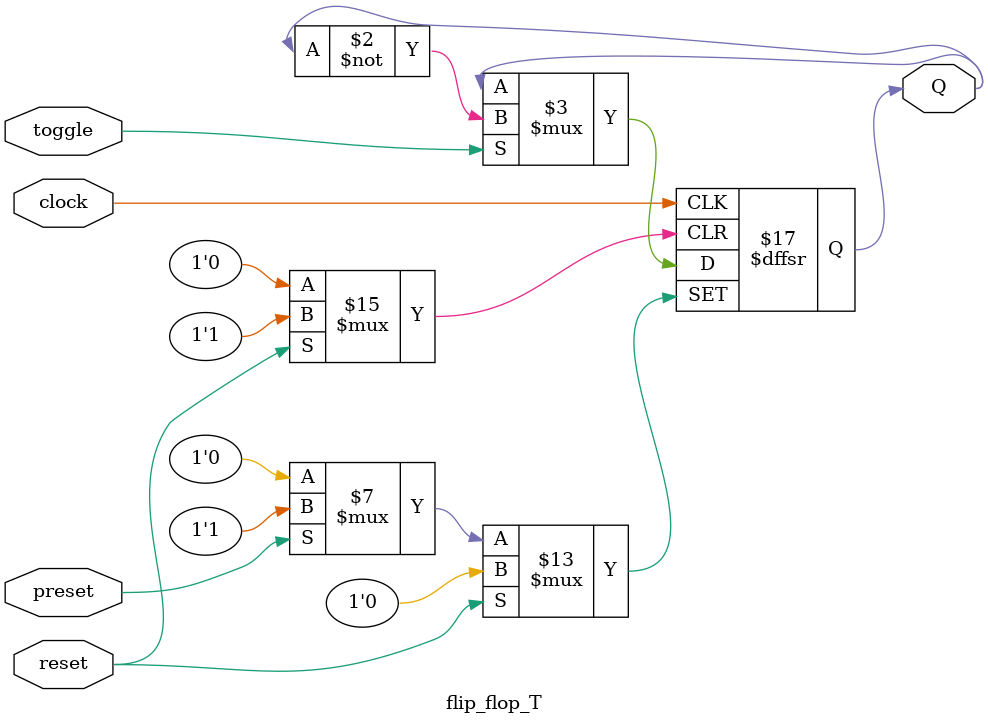
<source format=v>
module flip_flop_T(
    input clock,
    input toggle,
    input preset,
    input reset,
    output reg Q
);

always @(posedge clock or posedge preset or posedge reset) begin
    if (reset) begin
        Q <= 0;
    end
    else if (preset) begin
        Q <= 1;
    end
    else if (toggle) begin
        Q <= ~Q;
    end
end

endmodule

</source>
